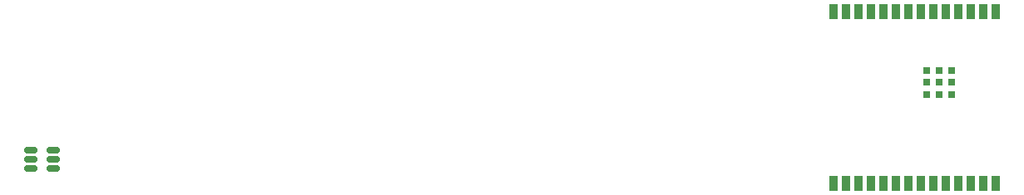
<source format=gbr>
%TF.GenerationSoftware,KiCad,Pcbnew,9.0.3*%
%TF.CreationDate,2025-07-21T16:07:52+02:00*%
%TF.ProjectId,lokho1-z,6c6f6b68-6f31-42d7-9a2e-6b696361645f,rev?*%
%TF.SameCoordinates,Original*%
%TF.FileFunction,Paste,Top*%
%TF.FilePolarity,Positive*%
%FSLAX46Y46*%
G04 Gerber Fmt 4.6, Leading zero omitted, Abs format (unit mm)*
G04 Created by KiCad (PCBNEW 9.0.3) date 2025-07-21 16:07:52*
%MOMM*%
%LPD*%
G01*
G04 APERTURE LIST*
G04 Aperture macros list*
%AMRoundRect*
0 Rectangle with rounded corners*
0 $1 Rounding radius*
0 $2 $3 $4 $5 $6 $7 $8 $9 X,Y pos of 4 corners*
0 Add a 4 corners polygon primitive as box body*
4,1,4,$2,$3,$4,$5,$6,$7,$8,$9,$2,$3,0*
0 Add four circle primitives for the rounded corners*
1,1,$1+$1,$2,$3*
1,1,$1+$1,$4,$5*
1,1,$1+$1,$6,$7*
1,1,$1+$1,$8,$9*
0 Add four rect primitives between the rounded corners*
20,1,$1+$1,$2,$3,$4,$5,0*
20,1,$1+$1,$4,$5,$6,$7,0*
20,1,$1+$1,$6,$7,$8,$9,0*
20,1,$1+$1,$8,$9,$2,$3,0*%
G04 Aperture macros list end*
%ADD10R,0.900000X1.500000*%
%ADD11R,0.800000X0.800000*%
%ADD12RoundRect,0.150000X-0.512500X-0.150000X0.512500X-0.150000X0.512500X0.150000X-0.512500X0.150000X0*%
G04 APERTURE END LIST*
D10*
%TO.C,U1*%
X187820000Y-65380000D03*
X186550000Y-65380000D03*
X185280000Y-65380000D03*
X184010000Y-65380000D03*
X182740000Y-65380000D03*
X181470000Y-65380000D03*
X180200000Y-65380000D03*
X178930000Y-65380000D03*
X177660000Y-65380000D03*
X176390000Y-65380000D03*
X175120000Y-65380000D03*
X173850000Y-65380000D03*
X172580000Y-65380000D03*
X171310000Y-65380000D03*
X171310000Y-82880000D03*
X172580000Y-82880000D03*
X173850000Y-82880000D03*
X175120000Y-82880000D03*
X176390000Y-82880000D03*
X177660000Y-82880000D03*
X178930000Y-82880000D03*
X180200000Y-82880000D03*
X181470000Y-82880000D03*
X182740000Y-82880000D03*
X184010000Y-82880000D03*
X185280000Y-82880000D03*
X186550000Y-82880000D03*
X187820000Y-82880000D03*
D11*
X183350000Y-71375000D03*
X182100000Y-71375000D03*
X180850000Y-71375000D03*
X183350000Y-72625000D03*
X182100000Y-72625000D03*
X180850000Y-72625000D03*
X183350000Y-73875000D03*
X182100000Y-73875000D03*
X180850000Y-73875000D03*
%TD*%
D12*
%TO.C,U2*%
X89635000Y-79530000D03*
X89635000Y-80480000D03*
X89635000Y-81430000D03*
X91910000Y-81430000D03*
X91910000Y-80480000D03*
X91910000Y-79530000D03*
%TD*%
M02*

</source>
